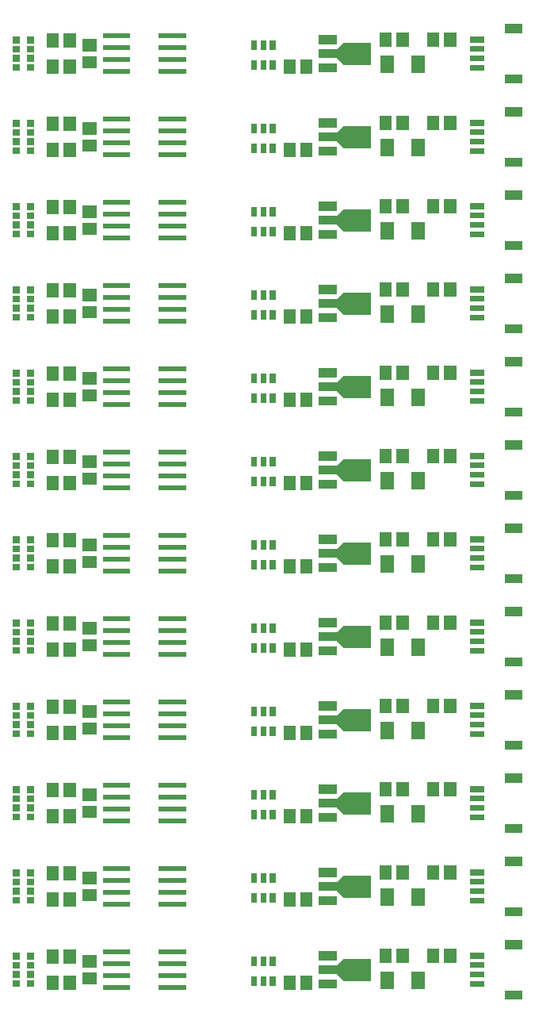
<source format=gbr>
G04 start of page 11 for group -4015 idx -4015 *
G04 Title: (unknown), toppaste *
G04 Creator: pcb 4.0.2 *
G04 CreationDate: Sun May 15 03:05:21 2022 UTC *
G04 For: railfan *
G04 Format: Gerber/RS-274X *
G04 PCB-Dimensions (mil): 3000.00 5500.00 *
G04 PCB-Coordinate-Origin: lower left *
%MOIN*%
%FSLAX25Y25*%
%LNTOPPASTE*%
%ADD52C,0.0001*%
G54D52*G36*
X228750Y466750D02*X223250D01*
Y459250D01*
X228750D01*
Y466750D01*
G37*
G36*
X215750D02*X210250D01*
Y459250D01*
X215750D01*
Y466750D01*
G37*
G36*
X85048Y466516D02*Y461398D01*
X90952D01*
Y466516D01*
X85048D01*
G37*
G36*
Y473602D02*Y468484D01*
X90952D01*
Y473602D01*
X85048D01*
G37*
G36*
X75016Y464952D02*X69898D01*
Y459048D01*
X75016D01*
Y464952D01*
G37*
G36*
X82102D02*X76984D01*
Y459048D01*
X82102D01*
Y464952D01*
G37*
G36*
X75016Y475952D02*X69898D01*
Y470048D01*
X75016D01*
Y475952D01*
G37*
G36*
X82102D02*X76984D01*
Y470048D01*
X82102D01*
Y475952D01*
G37*
G36*
X247949Y462775D02*Y460413D01*
X254051D01*
Y462775D01*
X247949D01*
G37*
G36*
Y466712D02*Y464350D01*
X254051D01*
Y466712D01*
X247949D01*
G37*
G36*
Y470650D02*Y468288D01*
X254051D01*
Y470650D01*
X247949D01*
G37*
G36*
Y474587D02*Y472225D01*
X254051D01*
Y474587D01*
X247949D01*
G37*
G36*
X262713Y458838D02*Y455000D01*
X269799D01*
Y458838D01*
X262713D01*
G37*
G36*
Y480000D02*Y476162D01*
X269799D01*
Y480000D01*
X262713D01*
G37*
G36*
X166100Y473000D02*X163700D01*
Y469000D01*
X166100D01*
Y473000D01*
G37*
G36*
X162200D02*X159800D01*
Y469000D01*
X162200D01*
Y473000D01*
G37*
G36*
X158300D02*X155900D01*
Y469000D01*
X158300D01*
Y473000D01*
G37*
G36*
Y464800D02*X155900D01*
Y460800D01*
X158300D01*
Y464800D01*
G37*
G36*
X162200D02*X159800D01*
Y460800D01*
X162200D01*
Y464800D01*
G37*
G36*
X166100D02*X163700D01*
Y460800D01*
X166100D01*
Y464800D01*
G37*
G36*
X184126Y475296D02*Y471516D01*
X192000D01*
Y475296D01*
X184126D01*
G37*
G36*
Y469390D02*Y465610D01*
X199716D01*
Y469390D01*
X184126D01*
G37*
G36*
X194835Y472225D02*Y462775D01*
X206175D01*
Y472225D01*
X194835D01*
G37*
G36*
X196255Y470805D02*X194835Y472225D01*
X191995Y469385D01*
X193415Y467965D01*
X196255Y470805D01*
G37*
G36*
X193415Y467035D02*X191995Y465615D01*
X194835Y462775D01*
X196255Y464195D01*
X193415Y467035D01*
G37*
G36*
X184126Y463484D02*Y459704D01*
X192000D01*
Y463484D01*
X184126D01*
G37*
G36*
X181602Y464952D02*X176484D01*
Y459048D01*
X181602D01*
Y464952D01*
G37*
G36*
X174516D02*X169398D01*
Y459048D01*
X174516D01*
Y464952D01*
G37*
G36*
X215016Y476452D02*X209898D01*
Y470548D01*
X215016D01*
Y476452D01*
G37*
G36*
X222102D02*X216984D01*
Y470548D01*
X222102D01*
Y476452D01*
G37*
G36*
X235016D02*X229898D01*
Y470548D01*
X235016D01*
Y476452D01*
G37*
G36*
X242102D02*X236984D01*
Y470548D01*
X242102D01*
Y476452D01*
G37*
G36*
X96500Y476000D02*Y474000D01*
X105000D01*
Y476000D01*
X96500D01*
G37*
G36*
Y471000D02*Y469000D01*
X105000D01*
Y471000D01*
X96500D01*
G37*
G36*
Y466000D02*Y464000D01*
X105000D01*
Y466000D01*
X96500D01*
G37*
G36*
Y461000D02*Y459000D01*
X105000D01*
Y461000D01*
X96500D01*
G37*
G36*
X117000D02*Y459000D01*
X125500D01*
Y461000D01*
X117000D01*
G37*
G36*
Y466000D02*Y464000D01*
X125500D01*
Y466000D01*
X117000D01*
G37*
G36*
Y471000D02*Y469000D01*
X125500D01*
Y471000D01*
X117000D01*
G37*
G36*
Y476000D02*Y474000D01*
X125500D01*
Y476000D01*
X117000D01*
G37*
G36*
X93500D02*Y474000D01*
X102000D01*
Y476000D01*
X93500D01*
G37*
G36*
Y471000D02*Y469000D01*
X102000D01*
Y471000D01*
X93500D01*
G37*
G36*
Y466000D02*Y464000D01*
X102000D01*
Y466000D01*
X93500D01*
G37*
G36*
Y461000D02*Y459000D01*
X102000D01*
Y461000D01*
X93500D01*
G37*
G36*
X120000D02*Y459000D01*
X128500D01*
Y461000D01*
X120000D01*
G37*
G36*
Y466000D02*Y464000D01*
X128500D01*
Y466000D01*
X120000D01*
G37*
G36*
Y471000D02*Y469000D01*
X128500D01*
Y471000D01*
X120000D01*
G37*
G36*
Y476000D02*Y474000D01*
X128500D01*
Y476000D01*
X120000D01*
G37*
G36*
X61574Y463190D02*Y460354D01*
X64410D01*
Y463190D01*
X61574D01*
G37*
G36*
Y467008D02*Y464173D01*
X64410D01*
Y467008D01*
X61574D01*
G37*
G36*
Y470827D02*Y467992D01*
X64410D01*
Y470827D01*
X61574D01*
G37*
G36*
Y474646D02*Y471810D01*
X64410D01*
Y474646D01*
X61574D01*
G37*
G36*
X55590D02*Y471810D01*
X58426D01*
Y474646D01*
X55590D01*
G37*
G36*
Y470827D02*Y467992D01*
X58426D01*
Y470827D01*
X55590D01*
G37*
G36*
Y467008D02*Y464173D01*
X58426D01*
Y467008D01*
X55590D01*
G37*
G36*
Y463190D02*Y460354D01*
X58426D01*
Y463190D01*
X55590D01*
G37*
G36*
X228750Y431750D02*X223250D01*
Y424250D01*
X228750D01*
Y431750D01*
G37*
G36*
X215750D02*X210250D01*
Y424250D01*
X215750D01*
Y431750D01*
G37*
G36*
X85048Y431516D02*Y426398D01*
X90952D01*
Y431516D01*
X85048D01*
G37*
G36*
Y438602D02*Y433484D01*
X90952D01*
Y438602D01*
X85048D01*
G37*
G36*
X75016Y429952D02*X69898D01*
Y424048D01*
X75016D01*
Y429952D01*
G37*
G36*
X82102D02*X76984D01*
Y424048D01*
X82102D01*
Y429952D01*
G37*
G36*
X75016Y440952D02*X69898D01*
Y435048D01*
X75016D01*
Y440952D01*
G37*
G36*
X82102D02*X76984D01*
Y435048D01*
X82102D01*
Y440952D01*
G37*
G36*
X247949Y427775D02*Y425413D01*
X254051D01*
Y427775D01*
X247949D01*
G37*
G36*
Y431712D02*Y429350D01*
X254051D01*
Y431712D01*
X247949D01*
G37*
G36*
Y435650D02*Y433288D01*
X254051D01*
Y435650D01*
X247949D01*
G37*
G36*
Y439587D02*Y437225D01*
X254051D01*
Y439587D01*
X247949D01*
G37*
G36*
X262713Y423838D02*Y420000D01*
X269799D01*
Y423838D01*
X262713D01*
G37*
G36*
Y445000D02*Y441162D01*
X269799D01*
Y445000D01*
X262713D01*
G37*
G36*
X166100Y438000D02*X163700D01*
Y434000D01*
X166100D01*
Y438000D01*
G37*
G36*
X162200D02*X159800D01*
Y434000D01*
X162200D01*
Y438000D01*
G37*
G36*
X158300D02*X155900D01*
Y434000D01*
X158300D01*
Y438000D01*
G37*
G36*
Y429800D02*X155900D01*
Y425800D01*
X158300D01*
Y429800D01*
G37*
G36*
X162200D02*X159800D01*
Y425800D01*
X162200D01*
Y429800D01*
G37*
G36*
X166100D02*X163700D01*
Y425800D01*
X166100D01*
Y429800D01*
G37*
G36*
X184126Y440296D02*Y436516D01*
X192000D01*
Y440296D01*
X184126D01*
G37*
G36*
Y434390D02*Y430610D01*
X199716D01*
Y434390D01*
X184126D01*
G37*
G36*
X194835Y437225D02*Y427775D01*
X206175D01*
Y437225D01*
X194835D01*
G37*
G36*
X196255Y435805D02*X194835Y437225D01*
X191995Y434385D01*
X193415Y432965D01*
X196255Y435805D01*
G37*
G36*
X193415Y432035D02*X191995Y430615D01*
X194835Y427775D01*
X196255Y429195D01*
X193415Y432035D01*
G37*
G36*
X184126Y428484D02*Y424704D01*
X192000D01*
Y428484D01*
X184126D01*
G37*
G36*
X181602Y429952D02*X176484D01*
Y424048D01*
X181602D01*
Y429952D01*
G37*
G36*
X174516D02*X169398D01*
Y424048D01*
X174516D01*
Y429952D01*
G37*
G36*
X215016Y441452D02*X209898D01*
Y435548D01*
X215016D01*
Y441452D01*
G37*
G36*
X222102D02*X216984D01*
Y435548D01*
X222102D01*
Y441452D01*
G37*
G36*
X235016D02*X229898D01*
Y435548D01*
X235016D01*
Y441452D01*
G37*
G36*
X242102D02*X236984D01*
Y435548D01*
X242102D01*
Y441452D01*
G37*
G36*
X96500Y441000D02*Y439000D01*
X105000D01*
Y441000D01*
X96500D01*
G37*
G36*
Y436000D02*Y434000D01*
X105000D01*
Y436000D01*
X96500D01*
G37*
G36*
Y431000D02*Y429000D01*
X105000D01*
Y431000D01*
X96500D01*
G37*
G36*
Y426000D02*Y424000D01*
X105000D01*
Y426000D01*
X96500D01*
G37*
G36*
X117000D02*Y424000D01*
X125500D01*
Y426000D01*
X117000D01*
G37*
G36*
Y431000D02*Y429000D01*
X125500D01*
Y431000D01*
X117000D01*
G37*
G36*
Y436000D02*Y434000D01*
X125500D01*
Y436000D01*
X117000D01*
G37*
G36*
Y441000D02*Y439000D01*
X125500D01*
Y441000D01*
X117000D01*
G37*
G36*
X93500D02*Y439000D01*
X102000D01*
Y441000D01*
X93500D01*
G37*
G36*
Y436000D02*Y434000D01*
X102000D01*
Y436000D01*
X93500D01*
G37*
G36*
Y431000D02*Y429000D01*
X102000D01*
Y431000D01*
X93500D01*
G37*
G36*
Y426000D02*Y424000D01*
X102000D01*
Y426000D01*
X93500D01*
G37*
G36*
X120000D02*Y424000D01*
X128500D01*
Y426000D01*
X120000D01*
G37*
G36*
Y431000D02*Y429000D01*
X128500D01*
Y431000D01*
X120000D01*
G37*
G36*
Y436000D02*Y434000D01*
X128500D01*
Y436000D01*
X120000D01*
G37*
G36*
Y441000D02*Y439000D01*
X128500D01*
Y441000D01*
X120000D01*
G37*
G36*
X61574Y428190D02*Y425354D01*
X64410D01*
Y428190D01*
X61574D01*
G37*
G36*
Y432008D02*Y429173D01*
X64410D01*
Y432008D01*
X61574D01*
G37*
G36*
Y435827D02*Y432992D01*
X64410D01*
Y435827D01*
X61574D01*
G37*
G36*
Y439646D02*Y436810D01*
X64410D01*
Y439646D01*
X61574D01*
G37*
G36*
X55590D02*Y436810D01*
X58426D01*
Y439646D01*
X55590D01*
G37*
G36*
Y435827D02*Y432992D01*
X58426D01*
Y435827D01*
X55590D01*
G37*
G36*
Y432008D02*Y429173D01*
X58426D01*
Y432008D01*
X55590D01*
G37*
G36*
Y428190D02*Y425354D01*
X58426D01*
Y428190D01*
X55590D01*
G37*
G36*
X228750Y396750D02*X223250D01*
Y389250D01*
X228750D01*
Y396750D01*
G37*
G36*
X215750D02*X210250D01*
Y389250D01*
X215750D01*
Y396750D01*
G37*
G36*
X85048Y396516D02*Y391398D01*
X90952D01*
Y396516D01*
X85048D01*
G37*
G36*
Y403602D02*Y398484D01*
X90952D01*
Y403602D01*
X85048D01*
G37*
G36*
X75016Y394952D02*X69898D01*
Y389048D01*
X75016D01*
Y394952D01*
G37*
G36*
X82102D02*X76984D01*
Y389048D01*
X82102D01*
Y394952D01*
G37*
G36*
X75016Y405952D02*X69898D01*
Y400048D01*
X75016D01*
Y405952D01*
G37*
G36*
X82102D02*X76984D01*
Y400048D01*
X82102D01*
Y405952D01*
G37*
G36*
X247949Y392775D02*Y390413D01*
X254051D01*
Y392775D01*
X247949D01*
G37*
G36*
Y396712D02*Y394350D01*
X254051D01*
Y396712D01*
X247949D01*
G37*
G36*
Y400650D02*Y398288D01*
X254051D01*
Y400650D01*
X247949D01*
G37*
G36*
Y404587D02*Y402225D01*
X254051D01*
Y404587D01*
X247949D01*
G37*
G36*
X262713Y388838D02*Y385000D01*
X269799D01*
Y388838D01*
X262713D01*
G37*
G36*
Y410000D02*Y406162D01*
X269799D01*
Y410000D01*
X262713D01*
G37*
G36*
X166100Y403000D02*X163700D01*
Y399000D01*
X166100D01*
Y403000D01*
G37*
G36*
X162200D02*X159800D01*
Y399000D01*
X162200D01*
Y403000D01*
G37*
G36*
X158300D02*X155900D01*
Y399000D01*
X158300D01*
Y403000D01*
G37*
G36*
Y394800D02*X155900D01*
Y390800D01*
X158300D01*
Y394800D01*
G37*
G36*
X162200D02*X159800D01*
Y390800D01*
X162200D01*
Y394800D01*
G37*
G36*
X166100D02*X163700D01*
Y390800D01*
X166100D01*
Y394800D01*
G37*
G36*
X184126Y405296D02*Y401516D01*
X192000D01*
Y405296D01*
X184126D01*
G37*
G36*
Y399390D02*Y395610D01*
X199716D01*
Y399390D01*
X184126D01*
G37*
G36*
X194835Y402225D02*Y392775D01*
X206175D01*
Y402225D01*
X194835D01*
G37*
G36*
X196255Y400805D02*X194835Y402225D01*
X191995Y399385D01*
X193415Y397965D01*
X196255Y400805D01*
G37*
G36*
X193415Y397035D02*X191995Y395615D01*
X194835Y392775D01*
X196255Y394195D01*
X193415Y397035D01*
G37*
G36*
X184126Y393484D02*Y389704D01*
X192000D01*
Y393484D01*
X184126D01*
G37*
G36*
X181602Y394952D02*X176484D01*
Y389048D01*
X181602D01*
Y394952D01*
G37*
G36*
X174516D02*X169398D01*
Y389048D01*
X174516D01*
Y394952D01*
G37*
G36*
X215016Y406452D02*X209898D01*
Y400548D01*
X215016D01*
Y406452D01*
G37*
G36*
X222102D02*X216984D01*
Y400548D01*
X222102D01*
Y406452D01*
G37*
G36*
X235016D02*X229898D01*
Y400548D01*
X235016D01*
Y406452D01*
G37*
G36*
X242102D02*X236984D01*
Y400548D01*
X242102D01*
Y406452D01*
G37*
G36*
X96500Y406000D02*Y404000D01*
X105000D01*
Y406000D01*
X96500D01*
G37*
G36*
Y401000D02*Y399000D01*
X105000D01*
Y401000D01*
X96500D01*
G37*
G36*
Y396000D02*Y394000D01*
X105000D01*
Y396000D01*
X96500D01*
G37*
G36*
Y391000D02*Y389000D01*
X105000D01*
Y391000D01*
X96500D01*
G37*
G36*
X117000D02*Y389000D01*
X125500D01*
Y391000D01*
X117000D01*
G37*
G36*
Y396000D02*Y394000D01*
X125500D01*
Y396000D01*
X117000D01*
G37*
G36*
Y401000D02*Y399000D01*
X125500D01*
Y401000D01*
X117000D01*
G37*
G36*
Y406000D02*Y404000D01*
X125500D01*
Y406000D01*
X117000D01*
G37*
G36*
X93500D02*Y404000D01*
X102000D01*
Y406000D01*
X93500D01*
G37*
G36*
Y401000D02*Y399000D01*
X102000D01*
Y401000D01*
X93500D01*
G37*
G36*
Y396000D02*Y394000D01*
X102000D01*
Y396000D01*
X93500D01*
G37*
G36*
Y391000D02*Y389000D01*
X102000D01*
Y391000D01*
X93500D01*
G37*
G36*
X120000D02*Y389000D01*
X128500D01*
Y391000D01*
X120000D01*
G37*
G36*
Y396000D02*Y394000D01*
X128500D01*
Y396000D01*
X120000D01*
G37*
G36*
Y401000D02*Y399000D01*
X128500D01*
Y401000D01*
X120000D01*
G37*
G36*
Y406000D02*Y404000D01*
X128500D01*
Y406000D01*
X120000D01*
G37*
G36*
X61574Y393190D02*Y390354D01*
X64410D01*
Y393190D01*
X61574D01*
G37*
G36*
Y397008D02*Y394174D01*
X64410D01*
Y397008D01*
X61574D01*
G37*
G36*
Y400826D02*Y397992D01*
X64410D01*
Y400826D01*
X61574D01*
G37*
G36*
Y404646D02*Y401810D01*
X64410D01*
Y404646D01*
X61574D01*
G37*
G36*
X55590D02*Y401810D01*
X58426D01*
Y404646D01*
X55590D01*
G37*
G36*
Y400826D02*Y397992D01*
X58426D01*
Y400826D01*
X55590D01*
G37*
G36*
Y397008D02*Y394174D01*
X58426D01*
Y397008D01*
X55590D01*
G37*
G36*
Y393190D02*Y390354D01*
X58426D01*
Y393190D01*
X55590D01*
G37*
G36*
X228750Y361750D02*X223250D01*
Y354250D01*
X228750D01*
Y361750D01*
G37*
G36*
X215750D02*X210250D01*
Y354250D01*
X215750D01*
Y361750D01*
G37*
G36*
X85048Y361516D02*Y356398D01*
X90952D01*
Y361516D01*
X85048D01*
G37*
G36*
Y368602D02*Y363484D01*
X90952D01*
Y368602D01*
X85048D01*
G37*
G36*
X75016Y359952D02*X69898D01*
Y354048D01*
X75016D01*
Y359952D01*
G37*
G36*
X82102D02*X76984D01*
Y354048D01*
X82102D01*
Y359952D01*
G37*
G36*
X75016Y370952D02*X69898D01*
Y365048D01*
X75016D01*
Y370952D01*
G37*
G36*
X82102D02*X76984D01*
Y365048D01*
X82102D01*
Y370952D01*
G37*
G36*
X247949Y357775D02*Y355413D01*
X254051D01*
Y357775D01*
X247949D01*
G37*
G36*
Y361712D02*Y359350D01*
X254051D01*
Y361712D01*
X247949D01*
G37*
G36*
Y365650D02*Y363288D01*
X254051D01*
Y365650D01*
X247949D01*
G37*
G36*
Y369587D02*Y367225D01*
X254051D01*
Y369587D01*
X247949D01*
G37*
G36*
X262713Y353838D02*Y350000D01*
X269799D01*
Y353838D01*
X262713D01*
G37*
G36*
Y375000D02*Y371162D01*
X269799D01*
Y375000D01*
X262713D01*
G37*
G36*
X166100Y368000D02*X163700D01*
Y364000D01*
X166100D01*
Y368000D01*
G37*
G36*
X162200D02*X159800D01*
Y364000D01*
X162200D01*
Y368000D01*
G37*
G36*
X158300D02*X155900D01*
Y364000D01*
X158300D01*
Y368000D01*
G37*
G36*
Y359800D02*X155900D01*
Y355800D01*
X158300D01*
Y359800D01*
G37*
G36*
X162200D02*X159800D01*
Y355800D01*
X162200D01*
Y359800D01*
G37*
G36*
X166100D02*X163700D01*
Y355800D01*
X166100D01*
Y359800D01*
G37*
G36*
X184126Y370296D02*Y366516D01*
X192000D01*
Y370296D01*
X184126D01*
G37*
G36*
Y364390D02*Y360610D01*
X199716D01*
Y364390D01*
X184126D01*
G37*
G36*
X194835Y367225D02*Y357775D01*
X206175D01*
Y367225D01*
X194835D01*
G37*
G36*
X196255Y365805D02*X194835Y367225D01*
X191995Y364385D01*
X193415Y362965D01*
X196255Y365805D01*
G37*
G36*
X193415Y362035D02*X191995Y360615D01*
X194835Y357775D01*
X196255Y359195D01*
X193415Y362035D01*
G37*
G36*
X184126Y358484D02*Y354704D01*
X192000D01*
Y358484D01*
X184126D01*
G37*
G36*
X181602Y359952D02*X176484D01*
Y354048D01*
X181602D01*
Y359952D01*
G37*
G36*
X174516D02*X169398D01*
Y354048D01*
X174516D01*
Y359952D01*
G37*
G36*
X215016Y371452D02*X209898D01*
Y365548D01*
X215016D01*
Y371452D01*
G37*
G36*
X222102D02*X216984D01*
Y365548D01*
X222102D01*
Y371452D01*
G37*
G36*
X235016D02*X229898D01*
Y365548D01*
X235016D01*
Y371452D01*
G37*
G36*
X242102D02*X236984D01*
Y365548D01*
X242102D01*
Y371452D01*
G37*
G36*
X96500Y371000D02*Y369000D01*
X105000D01*
Y371000D01*
X96500D01*
G37*
G36*
Y366000D02*Y364000D01*
X105000D01*
Y366000D01*
X96500D01*
G37*
G36*
Y361000D02*Y359000D01*
X105000D01*
Y361000D01*
X96500D01*
G37*
G36*
Y356000D02*Y354000D01*
X105000D01*
Y356000D01*
X96500D01*
G37*
G36*
X117000D02*Y354000D01*
X125500D01*
Y356000D01*
X117000D01*
G37*
G36*
Y361000D02*Y359000D01*
X125500D01*
Y361000D01*
X117000D01*
G37*
G36*
Y366000D02*Y364000D01*
X125500D01*
Y366000D01*
X117000D01*
G37*
G36*
Y371000D02*Y369000D01*
X125500D01*
Y371000D01*
X117000D01*
G37*
G36*
X93500D02*Y369000D01*
X102000D01*
Y371000D01*
X93500D01*
G37*
G36*
Y366000D02*Y364000D01*
X102000D01*
Y366000D01*
X93500D01*
G37*
G36*
Y361000D02*Y359000D01*
X102000D01*
Y361000D01*
X93500D01*
G37*
G36*
Y356000D02*Y354000D01*
X102000D01*
Y356000D01*
X93500D01*
G37*
G36*
X120000D02*Y354000D01*
X128500D01*
Y356000D01*
X120000D01*
G37*
G36*
Y361000D02*Y359000D01*
X128500D01*
Y361000D01*
X120000D01*
G37*
G36*
Y366000D02*Y364000D01*
X128500D01*
Y366000D01*
X120000D01*
G37*
G36*
Y371000D02*Y369000D01*
X128500D01*
Y371000D01*
X120000D01*
G37*
G36*
X61574Y358190D02*Y355354D01*
X64410D01*
Y358190D01*
X61574D01*
G37*
G36*
Y362008D02*Y359174D01*
X64410D01*
Y362008D01*
X61574D01*
G37*
G36*
Y365826D02*Y362992D01*
X64410D01*
Y365826D01*
X61574D01*
G37*
G36*
Y369646D02*Y366810D01*
X64410D01*
Y369646D01*
X61574D01*
G37*
G36*
X55590D02*Y366810D01*
X58426D01*
Y369646D01*
X55590D01*
G37*
G36*
Y365826D02*Y362992D01*
X58426D01*
Y365826D01*
X55590D01*
G37*
G36*
Y362008D02*Y359174D01*
X58426D01*
Y362008D01*
X55590D01*
G37*
G36*
Y358190D02*Y355354D01*
X58426D01*
Y358190D01*
X55590D01*
G37*
G36*
X228750Y326750D02*X223250D01*
Y319250D01*
X228750D01*
Y326750D01*
G37*
G36*
X215750D02*X210250D01*
Y319250D01*
X215750D01*
Y326750D01*
G37*
G36*
X85048Y326516D02*Y321398D01*
X90952D01*
Y326516D01*
X85048D01*
G37*
G36*
Y333602D02*Y328484D01*
X90952D01*
Y333602D01*
X85048D01*
G37*
G36*
X75016Y324952D02*X69898D01*
Y319048D01*
X75016D01*
Y324952D01*
G37*
G36*
X82102D02*X76984D01*
Y319048D01*
X82102D01*
Y324952D01*
G37*
G36*
X75016Y335952D02*X69898D01*
Y330048D01*
X75016D01*
Y335952D01*
G37*
G36*
X82102D02*X76984D01*
Y330048D01*
X82102D01*
Y335952D01*
G37*
G36*
X247949Y322775D02*Y320413D01*
X254051D01*
Y322775D01*
X247949D01*
G37*
G36*
Y326712D02*Y324350D01*
X254051D01*
Y326712D01*
X247949D01*
G37*
G36*
Y330650D02*Y328288D01*
X254051D01*
Y330650D01*
X247949D01*
G37*
G36*
Y334587D02*Y332225D01*
X254051D01*
Y334587D01*
X247949D01*
G37*
G36*
X262713Y318838D02*Y315000D01*
X269799D01*
Y318838D01*
X262713D01*
G37*
G36*
Y340000D02*Y336162D01*
X269799D01*
Y340000D01*
X262713D01*
G37*
G36*
X166100Y333000D02*X163700D01*
Y329000D01*
X166100D01*
Y333000D01*
G37*
G36*
X162200D02*X159800D01*
Y329000D01*
X162200D01*
Y333000D01*
G37*
G36*
X158300D02*X155900D01*
Y329000D01*
X158300D01*
Y333000D01*
G37*
G36*
Y324800D02*X155900D01*
Y320800D01*
X158300D01*
Y324800D01*
G37*
G36*
X162200D02*X159800D01*
Y320800D01*
X162200D01*
Y324800D01*
G37*
G36*
X166100D02*X163700D01*
Y320800D01*
X166100D01*
Y324800D01*
G37*
G36*
X184126Y335296D02*Y331516D01*
X192000D01*
Y335296D01*
X184126D01*
G37*
G36*
Y329390D02*Y325610D01*
X199716D01*
Y329390D01*
X184126D01*
G37*
G36*
X194835Y332225D02*Y322775D01*
X206175D01*
Y332225D01*
X194835D01*
G37*
G36*
X196255Y330805D02*X194835Y332225D01*
X191995Y329385D01*
X193415Y327965D01*
X196255Y330805D01*
G37*
G36*
X193415Y327035D02*X191995Y325615D01*
X194835Y322775D01*
X196255Y324195D01*
X193415Y327035D01*
G37*
G36*
X184126Y323484D02*Y319704D01*
X192000D01*
Y323484D01*
X184126D01*
G37*
G36*
X181602Y324952D02*X176484D01*
Y319048D01*
X181602D01*
Y324952D01*
G37*
G36*
X174516D02*X169398D01*
Y319048D01*
X174516D01*
Y324952D01*
G37*
G36*
X215016Y336452D02*X209898D01*
Y330548D01*
X215016D01*
Y336452D01*
G37*
G36*
X222102D02*X216984D01*
Y330548D01*
X222102D01*
Y336452D01*
G37*
G36*
X235016D02*X229898D01*
Y330548D01*
X235016D01*
Y336452D01*
G37*
G36*
X242102D02*X236984D01*
Y330548D01*
X242102D01*
Y336452D01*
G37*
G36*
X96500Y336000D02*Y334000D01*
X105000D01*
Y336000D01*
X96500D01*
G37*
G36*
Y331000D02*Y329000D01*
X105000D01*
Y331000D01*
X96500D01*
G37*
G36*
Y326000D02*Y324000D01*
X105000D01*
Y326000D01*
X96500D01*
G37*
G36*
Y321000D02*Y319000D01*
X105000D01*
Y321000D01*
X96500D01*
G37*
G36*
X117000D02*Y319000D01*
X125500D01*
Y321000D01*
X117000D01*
G37*
G36*
Y326000D02*Y324000D01*
X125500D01*
Y326000D01*
X117000D01*
G37*
G36*
Y331000D02*Y329000D01*
X125500D01*
Y331000D01*
X117000D01*
G37*
G36*
Y336000D02*Y334000D01*
X125500D01*
Y336000D01*
X117000D01*
G37*
G36*
X93500D02*Y334000D01*
X102000D01*
Y336000D01*
X93500D01*
G37*
G36*
Y331000D02*Y329000D01*
X102000D01*
Y331000D01*
X93500D01*
G37*
G36*
Y326000D02*Y324000D01*
X102000D01*
Y326000D01*
X93500D01*
G37*
G36*
Y321000D02*Y319000D01*
X102000D01*
Y321000D01*
X93500D01*
G37*
G36*
X120000D02*Y319000D01*
X128500D01*
Y321000D01*
X120000D01*
G37*
G36*
Y326000D02*Y324000D01*
X128500D01*
Y326000D01*
X120000D01*
G37*
G36*
Y331000D02*Y329000D01*
X128500D01*
Y331000D01*
X120000D01*
G37*
G36*
Y336000D02*Y334000D01*
X128500D01*
Y336000D01*
X120000D01*
G37*
G36*
X61574Y323190D02*Y320354D01*
X64410D01*
Y323190D01*
X61574D01*
G37*
G36*
Y327008D02*Y324174D01*
X64410D01*
Y327008D01*
X61574D01*
G37*
G36*
Y330826D02*Y327992D01*
X64410D01*
Y330826D01*
X61574D01*
G37*
G36*
Y334646D02*Y331810D01*
X64410D01*
Y334646D01*
X61574D01*
G37*
G36*
X55590D02*Y331810D01*
X58426D01*
Y334646D01*
X55590D01*
G37*
G36*
Y330826D02*Y327992D01*
X58426D01*
Y330826D01*
X55590D01*
G37*
G36*
Y327008D02*Y324174D01*
X58426D01*
Y327008D01*
X55590D01*
G37*
G36*
Y323190D02*Y320354D01*
X58426D01*
Y323190D01*
X55590D01*
G37*
G36*
X228750Y291750D02*X223250D01*
Y284250D01*
X228750D01*
Y291750D01*
G37*
G36*
X215750D02*X210250D01*
Y284250D01*
X215750D01*
Y291750D01*
G37*
G36*
X85048Y291516D02*Y286398D01*
X90952D01*
Y291516D01*
X85048D01*
G37*
G36*
Y298602D02*Y293484D01*
X90952D01*
Y298602D01*
X85048D01*
G37*
G36*
X75016Y289952D02*X69898D01*
Y284048D01*
X75016D01*
Y289952D01*
G37*
G36*
X82102D02*X76984D01*
Y284048D01*
X82102D01*
Y289952D01*
G37*
G36*
X75016Y300952D02*X69898D01*
Y295048D01*
X75016D01*
Y300952D01*
G37*
G36*
X82102D02*X76984D01*
Y295048D01*
X82102D01*
Y300952D01*
G37*
G36*
X247949Y287775D02*Y285413D01*
X254051D01*
Y287775D01*
X247949D01*
G37*
G36*
Y291712D02*Y289350D01*
X254051D01*
Y291712D01*
X247949D01*
G37*
G36*
Y295650D02*Y293288D01*
X254051D01*
Y295650D01*
X247949D01*
G37*
G36*
Y299587D02*Y297225D01*
X254051D01*
Y299587D01*
X247949D01*
G37*
G36*
X262713Y283838D02*Y280000D01*
X269799D01*
Y283838D01*
X262713D01*
G37*
G36*
Y305000D02*Y301162D01*
X269799D01*
Y305000D01*
X262713D01*
G37*
G36*
X166100Y298000D02*X163700D01*
Y294000D01*
X166100D01*
Y298000D01*
G37*
G36*
X162200D02*X159800D01*
Y294000D01*
X162200D01*
Y298000D01*
G37*
G36*
X158300D02*X155900D01*
Y294000D01*
X158300D01*
Y298000D01*
G37*
G36*
Y289800D02*X155900D01*
Y285800D01*
X158300D01*
Y289800D01*
G37*
G36*
X162200D02*X159800D01*
Y285800D01*
X162200D01*
Y289800D01*
G37*
G36*
X166100D02*X163700D01*
Y285800D01*
X166100D01*
Y289800D01*
G37*
G36*
X184126Y300296D02*Y296516D01*
X192000D01*
Y300296D01*
X184126D01*
G37*
G36*
Y294390D02*Y290610D01*
X199716D01*
Y294390D01*
X184126D01*
G37*
G36*
X194835Y297225D02*Y287775D01*
X206175D01*
Y297225D01*
X194835D01*
G37*
G36*
X196255Y295805D02*X194835Y297225D01*
X191995Y294385D01*
X193415Y292965D01*
X196255Y295805D01*
G37*
G36*
X193415Y292035D02*X191995Y290615D01*
X194835Y287775D01*
X196255Y289195D01*
X193415Y292035D01*
G37*
G36*
X184126Y288484D02*Y284704D01*
X192000D01*
Y288484D01*
X184126D01*
G37*
G36*
X181602Y289952D02*X176484D01*
Y284048D01*
X181602D01*
Y289952D01*
G37*
G36*
X174516D02*X169398D01*
Y284048D01*
X174516D01*
Y289952D01*
G37*
G36*
X215016Y301452D02*X209898D01*
Y295548D01*
X215016D01*
Y301452D01*
G37*
G36*
X222102D02*X216984D01*
Y295548D01*
X222102D01*
Y301452D01*
G37*
G36*
X235016D02*X229898D01*
Y295548D01*
X235016D01*
Y301452D01*
G37*
G36*
X242102D02*X236984D01*
Y295548D01*
X242102D01*
Y301452D01*
G37*
G36*
X96500Y301000D02*Y299000D01*
X105000D01*
Y301000D01*
X96500D01*
G37*
G36*
Y296000D02*Y294000D01*
X105000D01*
Y296000D01*
X96500D01*
G37*
G36*
Y291000D02*Y289000D01*
X105000D01*
Y291000D01*
X96500D01*
G37*
G36*
Y286000D02*Y284000D01*
X105000D01*
Y286000D01*
X96500D01*
G37*
G36*
X117000D02*Y284000D01*
X125500D01*
Y286000D01*
X117000D01*
G37*
G36*
Y291000D02*Y289000D01*
X125500D01*
Y291000D01*
X117000D01*
G37*
G36*
Y296000D02*Y294000D01*
X125500D01*
Y296000D01*
X117000D01*
G37*
G36*
Y301000D02*Y299000D01*
X125500D01*
Y301000D01*
X117000D01*
G37*
G36*
X93500D02*Y299000D01*
X102000D01*
Y301000D01*
X93500D01*
G37*
G36*
Y296000D02*Y294000D01*
X102000D01*
Y296000D01*
X93500D01*
G37*
G36*
Y291000D02*Y289000D01*
X102000D01*
Y291000D01*
X93500D01*
G37*
G36*
Y286000D02*Y284000D01*
X102000D01*
Y286000D01*
X93500D01*
G37*
G36*
X120000D02*Y284000D01*
X128500D01*
Y286000D01*
X120000D01*
G37*
G36*
Y291000D02*Y289000D01*
X128500D01*
Y291000D01*
X120000D01*
G37*
G36*
Y296000D02*Y294000D01*
X128500D01*
Y296000D01*
X120000D01*
G37*
G36*
Y301000D02*Y299000D01*
X128500D01*
Y301000D01*
X120000D01*
G37*
G36*
X61574Y288190D02*Y285354D01*
X64410D01*
Y288190D01*
X61574D01*
G37*
G36*
Y292008D02*Y289174D01*
X64410D01*
Y292008D01*
X61574D01*
G37*
G36*
Y295826D02*Y292992D01*
X64410D01*
Y295826D01*
X61574D01*
G37*
G36*
Y299646D02*Y296810D01*
X64410D01*
Y299646D01*
X61574D01*
G37*
G36*
X55590D02*Y296810D01*
X58426D01*
Y299646D01*
X55590D01*
G37*
G36*
Y295826D02*Y292992D01*
X58426D01*
Y295826D01*
X55590D01*
G37*
G36*
Y292008D02*Y289174D01*
X58426D01*
Y292008D01*
X55590D01*
G37*
G36*
Y288190D02*Y285354D01*
X58426D01*
Y288190D01*
X55590D01*
G37*
G36*
X228750Y256750D02*X223250D01*
Y249250D01*
X228750D01*
Y256750D01*
G37*
G36*
X215750D02*X210250D01*
Y249250D01*
X215750D01*
Y256750D01*
G37*
G36*
X85048Y256516D02*Y251398D01*
X90952D01*
Y256516D01*
X85048D01*
G37*
G36*
Y263602D02*Y258484D01*
X90952D01*
Y263602D01*
X85048D01*
G37*
G36*
X75016Y254952D02*X69898D01*
Y249048D01*
X75016D01*
Y254952D01*
G37*
G36*
X82102D02*X76984D01*
Y249048D01*
X82102D01*
Y254952D01*
G37*
G36*
X75016Y265952D02*X69898D01*
Y260048D01*
X75016D01*
Y265952D01*
G37*
G36*
X82102D02*X76984D01*
Y260048D01*
X82102D01*
Y265952D01*
G37*
G36*
X247949Y252775D02*Y250413D01*
X254051D01*
Y252775D01*
X247949D01*
G37*
G36*
Y256712D02*Y254350D01*
X254051D01*
Y256712D01*
X247949D01*
G37*
G36*
Y260650D02*Y258288D01*
X254051D01*
Y260650D01*
X247949D01*
G37*
G36*
Y264587D02*Y262225D01*
X254051D01*
Y264587D01*
X247949D01*
G37*
G36*
X262713Y248838D02*Y245000D01*
X269799D01*
Y248838D01*
X262713D01*
G37*
G36*
Y270000D02*Y266162D01*
X269799D01*
Y270000D01*
X262713D01*
G37*
G36*
X166100Y263000D02*X163700D01*
Y259000D01*
X166100D01*
Y263000D01*
G37*
G36*
X162200D02*X159800D01*
Y259000D01*
X162200D01*
Y263000D01*
G37*
G36*
X158300D02*X155900D01*
Y259000D01*
X158300D01*
Y263000D01*
G37*
G36*
Y254800D02*X155900D01*
Y250800D01*
X158300D01*
Y254800D01*
G37*
G36*
X162200D02*X159800D01*
Y250800D01*
X162200D01*
Y254800D01*
G37*
G36*
X166100D02*X163700D01*
Y250800D01*
X166100D01*
Y254800D01*
G37*
G36*
X184126Y265296D02*Y261516D01*
X192000D01*
Y265296D01*
X184126D01*
G37*
G36*
Y259390D02*Y255610D01*
X199716D01*
Y259390D01*
X184126D01*
G37*
G36*
X194835Y262225D02*Y252775D01*
X206175D01*
Y262225D01*
X194835D01*
G37*
G36*
X196255Y260805D02*X194835Y262225D01*
X191995Y259385D01*
X193415Y257965D01*
X196255Y260805D01*
G37*
G36*
X193415Y257035D02*X191995Y255615D01*
X194835Y252775D01*
X196255Y254195D01*
X193415Y257035D01*
G37*
G36*
X184126Y253484D02*Y249704D01*
X192000D01*
Y253484D01*
X184126D01*
G37*
G36*
X181602Y254952D02*X176484D01*
Y249048D01*
X181602D01*
Y254952D01*
G37*
G36*
X174516D02*X169398D01*
Y249048D01*
X174516D01*
Y254952D01*
G37*
G36*
X215016Y266452D02*X209898D01*
Y260548D01*
X215016D01*
Y266452D01*
G37*
G36*
X222102D02*X216984D01*
Y260548D01*
X222102D01*
Y266452D01*
G37*
G36*
X235016D02*X229898D01*
Y260548D01*
X235016D01*
Y266452D01*
G37*
G36*
X242102D02*X236984D01*
Y260548D01*
X242102D01*
Y266452D01*
G37*
G36*
X96500Y266000D02*Y264000D01*
X105000D01*
Y266000D01*
X96500D01*
G37*
G36*
Y261000D02*Y259000D01*
X105000D01*
Y261000D01*
X96500D01*
G37*
G36*
Y256000D02*Y254000D01*
X105000D01*
Y256000D01*
X96500D01*
G37*
G36*
Y251000D02*Y249000D01*
X105000D01*
Y251000D01*
X96500D01*
G37*
G36*
X117000D02*Y249000D01*
X125500D01*
Y251000D01*
X117000D01*
G37*
G36*
Y256000D02*Y254000D01*
X125500D01*
Y256000D01*
X117000D01*
G37*
G36*
Y261000D02*Y259000D01*
X125500D01*
Y261000D01*
X117000D01*
G37*
G36*
Y266000D02*Y264000D01*
X125500D01*
Y266000D01*
X117000D01*
G37*
G36*
X93500D02*Y264000D01*
X102000D01*
Y266000D01*
X93500D01*
G37*
G36*
Y261000D02*Y259000D01*
X102000D01*
Y261000D01*
X93500D01*
G37*
G36*
Y256000D02*Y254000D01*
X102000D01*
Y256000D01*
X93500D01*
G37*
G36*
Y251000D02*Y249000D01*
X102000D01*
Y251000D01*
X93500D01*
G37*
G36*
X120000D02*Y249000D01*
X128500D01*
Y251000D01*
X120000D01*
G37*
G36*
Y256000D02*Y254000D01*
X128500D01*
Y256000D01*
X120000D01*
G37*
G36*
Y261000D02*Y259000D01*
X128500D01*
Y261000D01*
X120000D01*
G37*
G36*
Y266000D02*Y264000D01*
X128500D01*
Y266000D01*
X120000D01*
G37*
G36*
X61574Y253190D02*Y250354D01*
X64410D01*
Y253190D01*
X61574D01*
G37*
G36*
Y257008D02*Y254174D01*
X64410D01*
Y257008D01*
X61574D01*
G37*
G36*
Y260826D02*Y257992D01*
X64410D01*
Y260826D01*
X61574D01*
G37*
G36*
Y264646D02*Y261810D01*
X64410D01*
Y264646D01*
X61574D01*
G37*
G36*
X55590D02*Y261810D01*
X58426D01*
Y264646D01*
X55590D01*
G37*
G36*
Y260826D02*Y257992D01*
X58426D01*
Y260826D01*
X55590D01*
G37*
G36*
Y257008D02*Y254174D01*
X58426D01*
Y257008D01*
X55590D01*
G37*
G36*
Y253190D02*Y250354D01*
X58426D01*
Y253190D01*
X55590D01*
G37*
G36*
X228750Y221750D02*X223250D01*
Y214250D01*
X228750D01*
Y221750D01*
G37*
G36*
X215750D02*X210250D01*
Y214250D01*
X215750D01*
Y221750D01*
G37*
G36*
X85048Y221516D02*Y216398D01*
X90952D01*
Y221516D01*
X85048D01*
G37*
G36*
Y228602D02*Y223484D01*
X90952D01*
Y228602D01*
X85048D01*
G37*
G36*
X75016Y219952D02*X69898D01*
Y214048D01*
X75016D01*
Y219952D01*
G37*
G36*
X82102D02*X76984D01*
Y214048D01*
X82102D01*
Y219952D01*
G37*
G36*
X75016Y230952D02*X69898D01*
Y225048D01*
X75016D01*
Y230952D01*
G37*
G36*
X82102D02*X76984D01*
Y225048D01*
X82102D01*
Y230952D01*
G37*
G36*
X247949Y217775D02*Y215413D01*
X254051D01*
Y217775D01*
X247949D01*
G37*
G36*
Y221712D02*Y219350D01*
X254051D01*
Y221712D01*
X247949D01*
G37*
G36*
Y225650D02*Y223288D01*
X254051D01*
Y225650D01*
X247949D01*
G37*
G36*
Y229587D02*Y227225D01*
X254051D01*
Y229587D01*
X247949D01*
G37*
G36*
X262713Y213838D02*Y210000D01*
X269799D01*
Y213838D01*
X262713D01*
G37*
G36*
Y235000D02*Y231162D01*
X269799D01*
Y235000D01*
X262713D01*
G37*
G36*
X166100Y228000D02*X163700D01*
Y224000D01*
X166100D01*
Y228000D01*
G37*
G36*
X162200D02*X159800D01*
Y224000D01*
X162200D01*
Y228000D01*
G37*
G36*
X158300D02*X155900D01*
Y224000D01*
X158300D01*
Y228000D01*
G37*
G36*
Y219800D02*X155900D01*
Y215800D01*
X158300D01*
Y219800D01*
G37*
G36*
X162200D02*X159800D01*
Y215800D01*
X162200D01*
Y219800D01*
G37*
G36*
X166100D02*X163700D01*
Y215800D01*
X166100D01*
Y219800D01*
G37*
G36*
X184126Y230296D02*Y226516D01*
X192000D01*
Y230296D01*
X184126D01*
G37*
G36*
Y224390D02*Y220610D01*
X199716D01*
Y224390D01*
X184126D01*
G37*
G36*
X194835Y227225D02*Y217775D01*
X206175D01*
Y227225D01*
X194835D01*
G37*
G36*
X196255Y225805D02*X194835Y227225D01*
X191995Y224385D01*
X193415Y222965D01*
X196255Y225805D01*
G37*
G36*
X193415Y222035D02*X191995Y220615D01*
X194835Y217775D01*
X196255Y219195D01*
X193415Y222035D01*
G37*
G36*
X184126Y218484D02*Y214704D01*
X192000D01*
Y218484D01*
X184126D01*
G37*
G36*
X181602Y219952D02*X176484D01*
Y214048D01*
X181602D01*
Y219952D01*
G37*
G36*
X174516D02*X169398D01*
Y214048D01*
X174516D01*
Y219952D01*
G37*
G36*
X215016Y231452D02*X209898D01*
Y225548D01*
X215016D01*
Y231452D01*
G37*
G36*
X222102D02*X216984D01*
Y225548D01*
X222102D01*
Y231452D01*
G37*
G36*
X235016D02*X229898D01*
Y225548D01*
X235016D01*
Y231452D01*
G37*
G36*
X242102D02*X236984D01*
Y225548D01*
X242102D01*
Y231452D01*
G37*
G36*
X96500Y231000D02*Y229000D01*
X105000D01*
Y231000D01*
X96500D01*
G37*
G36*
Y226000D02*Y224000D01*
X105000D01*
Y226000D01*
X96500D01*
G37*
G36*
Y221000D02*Y219000D01*
X105000D01*
Y221000D01*
X96500D01*
G37*
G36*
Y216000D02*Y214000D01*
X105000D01*
Y216000D01*
X96500D01*
G37*
G36*
X117000D02*Y214000D01*
X125500D01*
Y216000D01*
X117000D01*
G37*
G36*
Y221000D02*Y219000D01*
X125500D01*
Y221000D01*
X117000D01*
G37*
G36*
Y226000D02*Y224000D01*
X125500D01*
Y226000D01*
X117000D01*
G37*
G36*
Y231000D02*Y229000D01*
X125500D01*
Y231000D01*
X117000D01*
G37*
G36*
X93500D02*Y229000D01*
X102000D01*
Y231000D01*
X93500D01*
G37*
G36*
Y226000D02*Y224000D01*
X102000D01*
Y226000D01*
X93500D01*
G37*
G36*
Y221000D02*Y219000D01*
X102000D01*
Y221000D01*
X93500D01*
G37*
G36*
Y216000D02*Y214000D01*
X102000D01*
Y216000D01*
X93500D01*
G37*
G36*
X120000D02*Y214000D01*
X128500D01*
Y216000D01*
X120000D01*
G37*
G36*
Y221000D02*Y219000D01*
X128500D01*
Y221000D01*
X120000D01*
G37*
G36*
Y226000D02*Y224000D01*
X128500D01*
Y226000D01*
X120000D01*
G37*
G36*
Y231000D02*Y229000D01*
X128500D01*
Y231000D01*
X120000D01*
G37*
G36*
X61574Y218190D02*Y215354D01*
X64410D01*
Y218190D01*
X61574D01*
G37*
G36*
Y222008D02*Y219174D01*
X64410D01*
Y222008D01*
X61574D01*
G37*
G36*
Y225826D02*Y222992D01*
X64410D01*
Y225826D01*
X61574D01*
G37*
G36*
Y229646D02*Y226810D01*
X64410D01*
Y229646D01*
X61574D01*
G37*
G36*
X55590D02*Y226810D01*
X58426D01*
Y229646D01*
X55590D01*
G37*
G36*
Y225826D02*Y222992D01*
X58426D01*
Y225826D01*
X55590D01*
G37*
G36*
Y222008D02*Y219174D01*
X58426D01*
Y222008D01*
X55590D01*
G37*
G36*
Y218190D02*Y215354D01*
X58426D01*
Y218190D01*
X55590D01*
G37*
G36*
X228750Y186750D02*X223250D01*
Y179250D01*
X228750D01*
Y186750D01*
G37*
G36*
X215750D02*X210250D01*
Y179250D01*
X215750D01*
Y186750D01*
G37*
G36*
X85048Y186516D02*Y181398D01*
X90952D01*
Y186516D01*
X85048D01*
G37*
G36*
Y193602D02*Y188484D01*
X90952D01*
Y193602D01*
X85048D01*
G37*
G36*
X75016Y184952D02*X69898D01*
Y179048D01*
X75016D01*
Y184952D01*
G37*
G36*
X82102D02*X76984D01*
Y179048D01*
X82102D01*
Y184952D01*
G37*
G36*
X75016Y195952D02*X69898D01*
Y190048D01*
X75016D01*
Y195952D01*
G37*
G36*
X82102D02*X76984D01*
Y190048D01*
X82102D01*
Y195952D01*
G37*
G36*
X247949Y182775D02*Y180413D01*
X254051D01*
Y182775D01*
X247949D01*
G37*
G36*
Y186712D02*Y184350D01*
X254051D01*
Y186712D01*
X247949D01*
G37*
G36*
Y190650D02*Y188288D01*
X254051D01*
Y190650D01*
X247949D01*
G37*
G36*
Y194587D02*Y192225D01*
X254051D01*
Y194587D01*
X247949D01*
G37*
G36*
X262713Y178838D02*Y175000D01*
X269799D01*
Y178838D01*
X262713D01*
G37*
G36*
Y200000D02*Y196162D01*
X269799D01*
Y200000D01*
X262713D01*
G37*
G36*
X166100Y193000D02*X163700D01*
Y189000D01*
X166100D01*
Y193000D01*
G37*
G36*
X162200D02*X159800D01*
Y189000D01*
X162200D01*
Y193000D01*
G37*
G36*
X158300D02*X155900D01*
Y189000D01*
X158300D01*
Y193000D01*
G37*
G36*
Y184800D02*X155900D01*
Y180800D01*
X158300D01*
Y184800D01*
G37*
G36*
X162200D02*X159800D01*
Y180800D01*
X162200D01*
Y184800D01*
G37*
G36*
X166100D02*X163700D01*
Y180800D01*
X166100D01*
Y184800D01*
G37*
G36*
X184126Y195296D02*Y191516D01*
X192000D01*
Y195296D01*
X184126D01*
G37*
G36*
Y189390D02*Y185610D01*
X199716D01*
Y189390D01*
X184126D01*
G37*
G36*
X194835Y192225D02*Y182775D01*
X206175D01*
Y192225D01*
X194835D01*
G37*
G36*
X196255Y190805D02*X194835Y192225D01*
X191995Y189385D01*
X193415Y187965D01*
X196255Y190805D01*
G37*
G36*
X193415Y187035D02*X191995Y185615D01*
X194835Y182775D01*
X196255Y184195D01*
X193415Y187035D01*
G37*
G36*
X184126Y183484D02*Y179704D01*
X192000D01*
Y183484D01*
X184126D01*
G37*
G36*
X181602Y184952D02*X176484D01*
Y179048D01*
X181602D01*
Y184952D01*
G37*
G36*
X174516D02*X169398D01*
Y179048D01*
X174516D01*
Y184952D01*
G37*
G36*
X215016Y196452D02*X209898D01*
Y190548D01*
X215016D01*
Y196452D01*
G37*
G36*
X222102D02*X216984D01*
Y190548D01*
X222102D01*
Y196452D01*
G37*
G36*
X235016D02*X229898D01*
Y190548D01*
X235016D01*
Y196452D01*
G37*
G36*
X242102D02*X236984D01*
Y190548D01*
X242102D01*
Y196452D01*
G37*
G36*
X96500Y196000D02*Y194000D01*
X105000D01*
Y196000D01*
X96500D01*
G37*
G36*
Y191000D02*Y189000D01*
X105000D01*
Y191000D01*
X96500D01*
G37*
G36*
Y186000D02*Y184000D01*
X105000D01*
Y186000D01*
X96500D01*
G37*
G36*
Y181000D02*Y179000D01*
X105000D01*
Y181000D01*
X96500D01*
G37*
G36*
X117000D02*Y179000D01*
X125500D01*
Y181000D01*
X117000D01*
G37*
G36*
Y186000D02*Y184000D01*
X125500D01*
Y186000D01*
X117000D01*
G37*
G36*
Y191000D02*Y189000D01*
X125500D01*
Y191000D01*
X117000D01*
G37*
G36*
Y196000D02*Y194000D01*
X125500D01*
Y196000D01*
X117000D01*
G37*
G36*
X93500D02*Y194000D01*
X102000D01*
Y196000D01*
X93500D01*
G37*
G36*
Y191000D02*Y189000D01*
X102000D01*
Y191000D01*
X93500D01*
G37*
G36*
Y186000D02*Y184000D01*
X102000D01*
Y186000D01*
X93500D01*
G37*
G36*
Y181000D02*Y179000D01*
X102000D01*
Y181000D01*
X93500D01*
G37*
G36*
X120000D02*Y179000D01*
X128500D01*
Y181000D01*
X120000D01*
G37*
G36*
Y186000D02*Y184000D01*
X128500D01*
Y186000D01*
X120000D01*
G37*
G36*
Y191000D02*Y189000D01*
X128500D01*
Y191000D01*
X120000D01*
G37*
G36*
Y196000D02*Y194000D01*
X128500D01*
Y196000D01*
X120000D01*
G37*
G36*
X61574Y183190D02*Y180354D01*
X64410D01*
Y183190D01*
X61574D01*
G37*
G36*
Y187008D02*Y184174D01*
X64410D01*
Y187008D01*
X61574D01*
G37*
G36*
Y190826D02*Y187992D01*
X64410D01*
Y190826D01*
X61574D01*
G37*
G36*
Y194646D02*Y191810D01*
X64410D01*
Y194646D01*
X61574D01*
G37*
G36*
X55590D02*Y191810D01*
X58426D01*
Y194646D01*
X55590D01*
G37*
G36*
Y190826D02*Y187992D01*
X58426D01*
Y190826D01*
X55590D01*
G37*
G36*
Y187008D02*Y184174D01*
X58426D01*
Y187008D01*
X55590D01*
G37*
G36*
Y183190D02*Y180354D01*
X58426D01*
Y183190D01*
X55590D01*
G37*
G36*
X228750Y151750D02*X223250D01*
Y144250D01*
X228750D01*
Y151750D01*
G37*
G36*
X215750D02*X210250D01*
Y144250D01*
X215750D01*
Y151750D01*
G37*
G36*
X85048Y151516D02*Y146398D01*
X90952D01*
Y151516D01*
X85048D01*
G37*
G36*
Y158602D02*Y153484D01*
X90952D01*
Y158602D01*
X85048D01*
G37*
G36*
X75016Y149952D02*X69898D01*
Y144048D01*
X75016D01*
Y149952D01*
G37*
G36*
X82102D02*X76984D01*
Y144048D01*
X82102D01*
Y149952D01*
G37*
G36*
X75016Y160952D02*X69898D01*
Y155048D01*
X75016D01*
Y160952D01*
G37*
G36*
X82102D02*X76984D01*
Y155048D01*
X82102D01*
Y160952D01*
G37*
G36*
X247949Y147775D02*Y145413D01*
X254051D01*
Y147775D01*
X247949D01*
G37*
G36*
Y151712D02*Y149350D01*
X254051D01*
Y151712D01*
X247949D01*
G37*
G36*
Y155650D02*Y153288D01*
X254051D01*
Y155650D01*
X247949D01*
G37*
G36*
Y159587D02*Y157225D01*
X254051D01*
Y159587D01*
X247949D01*
G37*
G36*
X262713Y143838D02*Y140000D01*
X269799D01*
Y143838D01*
X262713D01*
G37*
G36*
Y165000D02*Y161162D01*
X269799D01*
Y165000D01*
X262713D01*
G37*
G36*
X166100Y158000D02*X163700D01*
Y154000D01*
X166100D01*
Y158000D01*
G37*
G36*
X162200D02*X159800D01*
Y154000D01*
X162200D01*
Y158000D01*
G37*
G36*
X158300D02*X155900D01*
Y154000D01*
X158300D01*
Y158000D01*
G37*
G36*
Y149800D02*X155900D01*
Y145800D01*
X158300D01*
Y149800D01*
G37*
G36*
X162200D02*X159800D01*
Y145800D01*
X162200D01*
Y149800D01*
G37*
G36*
X166100D02*X163700D01*
Y145800D01*
X166100D01*
Y149800D01*
G37*
G36*
X184126Y160296D02*Y156516D01*
X192000D01*
Y160296D01*
X184126D01*
G37*
G36*
Y154390D02*Y150610D01*
X199716D01*
Y154390D01*
X184126D01*
G37*
G36*
X194835Y157225D02*Y147775D01*
X206175D01*
Y157225D01*
X194835D01*
G37*
G36*
X196255Y155805D02*X194835Y157225D01*
X191995Y154385D01*
X193415Y152965D01*
X196255Y155805D01*
G37*
G36*
X193415Y152035D02*X191995Y150615D01*
X194835Y147775D01*
X196255Y149195D01*
X193415Y152035D01*
G37*
G36*
X184126Y148484D02*Y144704D01*
X192000D01*
Y148484D01*
X184126D01*
G37*
G36*
X181602Y149952D02*X176484D01*
Y144048D01*
X181602D01*
Y149952D01*
G37*
G36*
X174516D02*X169398D01*
Y144048D01*
X174516D01*
Y149952D01*
G37*
G36*
X215016Y161452D02*X209898D01*
Y155548D01*
X215016D01*
Y161452D01*
G37*
G36*
X222102D02*X216984D01*
Y155548D01*
X222102D01*
Y161452D01*
G37*
G36*
X235016D02*X229898D01*
Y155548D01*
X235016D01*
Y161452D01*
G37*
G36*
X242102D02*X236984D01*
Y155548D01*
X242102D01*
Y161452D01*
G37*
G36*
X96500Y161000D02*Y159000D01*
X105000D01*
Y161000D01*
X96500D01*
G37*
G36*
Y156000D02*Y154000D01*
X105000D01*
Y156000D01*
X96500D01*
G37*
G36*
Y151000D02*Y149000D01*
X105000D01*
Y151000D01*
X96500D01*
G37*
G36*
Y146000D02*Y144000D01*
X105000D01*
Y146000D01*
X96500D01*
G37*
G36*
X117000D02*Y144000D01*
X125500D01*
Y146000D01*
X117000D01*
G37*
G36*
Y151000D02*Y149000D01*
X125500D01*
Y151000D01*
X117000D01*
G37*
G36*
Y156000D02*Y154000D01*
X125500D01*
Y156000D01*
X117000D01*
G37*
G36*
Y161000D02*Y159000D01*
X125500D01*
Y161000D01*
X117000D01*
G37*
G36*
X93500D02*Y159000D01*
X102000D01*
Y161000D01*
X93500D01*
G37*
G36*
Y156000D02*Y154000D01*
X102000D01*
Y156000D01*
X93500D01*
G37*
G36*
Y151000D02*Y149000D01*
X102000D01*
Y151000D01*
X93500D01*
G37*
G36*
Y146000D02*Y144000D01*
X102000D01*
Y146000D01*
X93500D01*
G37*
G36*
X120000D02*Y144000D01*
X128500D01*
Y146000D01*
X120000D01*
G37*
G36*
Y151000D02*Y149000D01*
X128500D01*
Y151000D01*
X120000D01*
G37*
G36*
Y156000D02*Y154000D01*
X128500D01*
Y156000D01*
X120000D01*
G37*
G36*
Y161000D02*Y159000D01*
X128500D01*
Y161000D01*
X120000D01*
G37*
G36*
X61574Y148190D02*Y145354D01*
X64410D01*
Y148190D01*
X61574D01*
G37*
G36*
Y152008D02*Y149174D01*
X64410D01*
Y152008D01*
X61574D01*
G37*
G36*
Y155826D02*Y152992D01*
X64410D01*
Y155826D01*
X61574D01*
G37*
G36*
Y159646D02*Y156810D01*
X64410D01*
Y159646D01*
X61574D01*
G37*
G36*
X55590D02*Y156810D01*
X58426D01*
Y159646D01*
X55590D01*
G37*
G36*
Y155826D02*Y152992D01*
X58426D01*
Y155826D01*
X55590D01*
G37*
G36*
Y152008D02*Y149174D01*
X58426D01*
Y152008D01*
X55590D01*
G37*
G36*
Y148190D02*Y145354D01*
X58426D01*
Y148190D01*
X55590D01*
G37*
G36*
X228750Y116750D02*X223250D01*
Y109250D01*
X228750D01*
Y116750D01*
G37*
G36*
X215750D02*X210250D01*
Y109250D01*
X215750D01*
Y116750D01*
G37*
G36*
X85048Y116516D02*Y111398D01*
X90952D01*
Y116516D01*
X85048D01*
G37*
G36*
Y123602D02*Y118484D01*
X90952D01*
Y123602D01*
X85048D01*
G37*
G36*
X75016Y114952D02*X69898D01*
Y109048D01*
X75016D01*
Y114952D01*
G37*
G36*
X82102D02*X76984D01*
Y109048D01*
X82102D01*
Y114952D01*
G37*
G36*
X75016Y125952D02*X69898D01*
Y120048D01*
X75016D01*
Y125952D01*
G37*
G36*
X82102D02*X76984D01*
Y120048D01*
X82102D01*
Y125952D01*
G37*
G36*
X247949Y112775D02*Y110413D01*
X254051D01*
Y112775D01*
X247949D01*
G37*
G36*
Y116712D02*Y114350D01*
X254051D01*
Y116712D01*
X247949D01*
G37*
G36*
Y120650D02*Y118288D01*
X254051D01*
Y120650D01*
X247949D01*
G37*
G36*
Y124587D02*Y122225D01*
X254051D01*
Y124587D01*
X247949D01*
G37*
G36*
X262713Y108838D02*Y105000D01*
X269799D01*
Y108838D01*
X262713D01*
G37*
G36*
Y130000D02*Y126162D01*
X269799D01*
Y130000D01*
X262713D01*
G37*
G36*
X166100Y123000D02*X163700D01*
Y119000D01*
X166100D01*
Y123000D01*
G37*
G36*
X162200D02*X159800D01*
Y119000D01*
X162200D01*
Y123000D01*
G37*
G36*
X158300D02*X155900D01*
Y119000D01*
X158300D01*
Y123000D01*
G37*
G36*
Y114800D02*X155900D01*
Y110800D01*
X158300D01*
Y114800D01*
G37*
G36*
X162200D02*X159800D01*
Y110800D01*
X162200D01*
Y114800D01*
G37*
G36*
X166100D02*X163700D01*
Y110800D01*
X166100D01*
Y114800D01*
G37*
G36*
X184126Y125296D02*Y121516D01*
X192000D01*
Y125296D01*
X184126D01*
G37*
G36*
Y119390D02*Y115610D01*
X199716D01*
Y119390D01*
X184126D01*
G37*
G36*
X194835Y122225D02*Y112775D01*
X206175D01*
Y122225D01*
X194835D01*
G37*
G36*
X196255Y120805D02*X194835Y122225D01*
X191995Y119385D01*
X193415Y117965D01*
X196255Y120805D01*
G37*
G36*
X193415Y117035D02*X191995Y115615D01*
X194835Y112775D01*
X196255Y114195D01*
X193415Y117035D01*
G37*
G36*
X184126Y113484D02*Y109704D01*
X192000D01*
Y113484D01*
X184126D01*
G37*
G36*
X181602Y114952D02*X176484D01*
Y109048D01*
X181602D01*
Y114952D01*
G37*
G36*
X174516D02*X169398D01*
Y109048D01*
X174516D01*
Y114952D01*
G37*
G36*
X215016Y126452D02*X209898D01*
Y120548D01*
X215016D01*
Y126452D01*
G37*
G36*
X222102D02*X216984D01*
Y120548D01*
X222102D01*
Y126452D01*
G37*
G36*
X235016D02*X229898D01*
Y120548D01*
X235016D01*
Y126452D01*
G37*
G36*
X242102D02*X236984D01*
Y120548D01*
X242102D01*
Y126452D01*
G37*
G36*
X96500Y126000D02*Y124000D01*
X105000D01*
Y126000D01*
X96500D01*
G37*
G36*
Y121000D02*Y119000D01*
X105000D01*
Y121000D01*
X96500D01*
G37*
G36*
Y116000D02*Y114000D01*
X105000D01*
Y116000D01*
X96500D01*
G37*
G36*
Y111000D02*Y109000D01*
X105000D01*
Y111000D01*
X96500D01*
G37*
G36*
X117000D02*Y109000D01*
X125500D01*
Y111000D01*
X117000D01*
G37*
G36*
Y116000D02*Y114000D01*
X125500D01*
Y116000D01*
X117000D01*
G37*
G36*
Y121000D02*Y119000D01*
X125500D01*
Y121000D01*
X117000D01*
G37*
G36*
Y126000D02*Y124000D01*
X125500D01*
Y126000D01*
X117000D01*
G37*
G36*
X93500D02*Y124000D01*
X102000D01*
Y126000D01*
X93500D01*
G37*
G36*
Y121000D02*Y119000D01*
X102000D01*
Y121000D01*
X93500D01*
G37*
G36*
Y116000D02*Y114000D01*
X102000D01*
Y116000D01*
X93500D01*
G37*
G36*
Y111000D02*Y109000D01*
X102000D01*
Y111000D01*
X93500D01*
G37*
G36*
X120000D02*Y109000D01*
X128500D01*
Y111000D01*
X120000D01*
G37*
G36*
Y116000D02*Y114000D01*
X128500D01*
Y116000D01*
X120000D01*
G37*
G36*
Y121000D02*Y119000D01*
X128500D01*
Y121000D01*
X120000D01*
G37*
G36*
Y126000D02*Y124000D01*
X128500D01*
Y126000D01*
X120000D01*
G37*
G36*
X61574Y113190D02*Y110354D01*
X64410D01*
Y113190D01*
X61574D01*
G37*
G36*
Y117008D02*Y114173D01*
X64410D01*
Y117008D01*
X61574D01*
G37*
G36*
Y120827D02*Y117992D01*
X64410D01*
Y120827D01*
X61574D01*
G37*
G36*
Y124646D02*Y121810D01*
X64410D01*
Y124646D01*
X61574D01*
G37*
G36*
X55590D02*Y121810D01*
X58426D01*
Y124646D01*
X55590D01*
G37*
G36*
Y120827D02*Y117992D01*
X58426D01*
Y120827D01*
X55590D01*
G37*
G36*
Y117008D02*Y114173D01*
X58426D01*
Y117008D01*
X55590D01*
G37*
G36*
Y113190D02*Y110354D01*
X58426D01*
Y113190D01*
X55590D01*
G37*
G36*
X228750Y81750D02*X223250D01*
Y74250D01*
X228750D01*
Y81750D01*
G37*
G36*
X215750D02*X210250D01*
Y74250D01*
X215750D01*
Y81750D01*
G37*
G36*
X85048Y81516D02*Y76398D01*
X90952D01*
Y81516D01*
X85048D01*
G37*
G36*
Y88602D02*Y83484D01*
X90952D01*
Y88602D01*
X85048D01*
G37*
G36*
X75016Y79952D02*X69898D01*
Y74048D01*
X75016D01*
Y79952D01*
G37*
G36*
X82102D02*X76984D01*
Y74048D01*
X82102D01*
Y79952D01*
G37*
G36*
X75016Y90952D02*X69898D01*
Y85048D01*
X75016D01*
Y90952D01*
G37*
G36*
X82102D02*X76984D01*
Y85048D01*
X82102D01*
Y90952D01*
G37*
G36*
X247949Y77775D02*Y75413D01*
X254051D01*
Y77775D01*
X247949D01*
G37*
G36*
Y81712D02*Y79350D01*
X254051D01*
Y81712D01*
X247949D01*
G37*
G36*
Y85650D02*Y83288D01*
X254051D01*
Y85650D01*
X247949D01*
G37*
G36*
Y89587D02*Y87225D01*
X254051D01*
Y89587D01*
X247949D01*
G37*
G36*
X262713Y73838D02*Y70000D01*
X269799D01*
Y73838D01*
X262713D01*
G37*
G36*
Y95000D02*Y91162D01*
X269799D01*
Y95000D01*
X262713D01*
G37*
G36*
X166100Y88000D02*X163700D01*
Y84000D01*
X166100D01*
Y88000D01*
G37*
G36*
X162200D02*X159800D01*
Y84000D01*
X162200D01*
Y88000D01*
G37*
G36*
X158300D02*X155900D01*
Y84000D01*
X158300D01*
Y88000D01*
G37*
G36*
Y79800D02*X155900D01*
Y75800D01*
X158300D01*
Y79800D01*
G37*
G36*
X162200D02*X159800D01*
Y75800D01*
X162200D01*
Y79800D01*
G37*
G36*
X166100D02*X163700D01*
Y75800D01*
X166100D01*
Y79800D01*
G37*
G36*
X184126Y90296D02*Y86516D01*
X192000D01*
Y90296D01*
X184126D01*
G37*
G36*
Y84390D02*Y80610D01*
X199716D01*
Y84390D01*
X184126D01*
G37*
G36*
X194835Y87225D02*Y77775D01*
X206175D01*
Y87225D01*
X194835D01*
G37*
G36*
X196255Y85805D02*X194835Y87225D01*
X191995Y84385D01*
X193415Y82965D01*
X196255Y85805D01*
G37*
G36*
X193415Y82035D02*X191995Y80615D01*
X194835Y77775D01*
X196255Y79195D01*
X193415Y82035D01*
G37*
G36*
X184126Y78484D02*Y74704D01*
X192000D01*
Y78484D01*
X184126D01*
G37*
G36*
X181602Y79952D02*X176484D01*
Y74048D01*
X181602D01*
Y79952D01*
G37*
G36*
X174516D02*X169398D01*
Y74048D01*
X174516D01*
Y79952D01*
G37*
G36*
X215016Y91452D02*X209898D01*
Y85548D01*
X215016D01*
Y91452D01*
G37*
G36*
X222102D02*X216984D01*
Y85548D01*
X222102D01*
Y91452D01*
G37*
G36*
X235016D02*X229898D01*
Y85548D01*
X235016D01*
Y91452D01*
G37*
G36*
X242102D02*X236984D01*
Y85548D01*
X242102D01*
Y91452D01*
G37*
G36*
X96500Y91000D02*Y89000D01*
X105000D01*
Y91000D01*
X96500D01*
G37*
G36*
Y86000D02*Y84000D01*
X105000D01*
Y86000D01*
X96500D01*
G37*
G36*
Y81000D02*Y79000D01*
X105000D01*
Y81000D01*
X96500D01*
G37*
G36*
Y76000D02*Y74000D01*
X105000D01*
Y76000D01*
X96500D01*
G37*
G36*
X117000D02*Y74000D01*
X125500D01*
Y76000D01*
X117000D01*
G37*
G36*
Y81000D02*Y79000D01*
X125500D01*
Y81000D01*
X117000D01*
G37*
G36*
Y86000D02*Y84000D01*
X125500D01*
Y86000D01*
X117000D01*
G37*
G36*
Y91000D02*Y89000D01*
X125500D01*
Y91000D01*
X117000D01*
G37*
G36*
X93500D02*Y89000D01*
X102000D01*
Y91000D01*
X93500D01*
G37*
G36*
Y86000D02*Y84000D01*
X102000D01*
Y86000D01*
X93500D01*
G37*
G36*
Y81000D02*Y79000D01*
X102000D01*
Y81000D01*
X93500D01*
G37*
G36*
Y76000D02*Y74000D01*
X102000D01*
Y76000D01*
X93500D01*
G37*
G36*
X120000D02*Y74000D01*
X128500D01*
Y76000D01*
X120000D01*
G37*
G36*
Y81000D02*Y79000D01*
X128500D01*
Y81000D01*
X120000D01*
G37*
G36*
Y86000D02*Y84000D01*
X128500D01*
Y86000D01*
X120000D01*
G37*
G36*
Y91000D02*Y89000D01*
X128500D01*
Y91000D01*
X120000D01*
G37*
G36*
X61574Y78190D02*Y75354D01*
X64410D01*
Y78190D01*
X61574D01*
G37*
G36*
Y82008D02*Y79174D01*
X64410D01*
Y82008D01*
X61574D01*
G37*
G36*
Y85826D02*Y82992D01*
X64410D01*
Y85826D01*
X61574D01*
G37*
G36*
Y89646D02*Y86810D01*
X64410D01*
Y89646D01*
X61574D01*
G37*
G36*
X55590D02*Y86810D01*
X58426D01*
Y89646D01*
X55590D01*
G37*
G36*
Y85826D02*Y82992D01*
X58426D01*
Y85826D01*
X55590D01*
G37*
G36*
Y82008D02*Y79174D01*
X58426D01*
Y82008D01*
X55590D01*
G37*
G36*
Y78190D02*Y75354D01*
X58426D01*
Y78190D01*
X55590D01*
G37*
M02*

</source>
